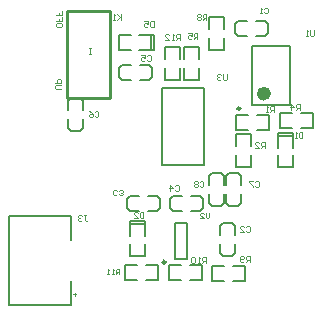
<source format=gbo>
G04*
G04 #@! TF.GenerationSoftware,Altium Limited,Altium Designer,18.1.9 (240)*
G04*
G04 Layer_Color=32896*
%FSLAX24Y24*%
%MOIN*%
G70*
G01*
G75*
%ADD10C,0.0080*%
%ADD11C,0.0050*%
%ADD12C,0.0060*%
%ADD13C,0.0098*%
%ADD14C,0.0100*%
%ADD15C,0.0039*%
%ADD54C,0.0236*%
%ADD55C,0.0060*%
%ADD56C,0.0079*%
D10*
X4870Y7280D02*
X6272D01*
X4870Y4720D02*
Y7280D01*
X6272Y4720D02*
Y7280D01*
X4870Y4720D02*
X6272D01*
D11*
X4550Y7650D02*
Y7950D01*
X4450Y8050D02*
X4550Y7950D01*
X4150Y8050D02*
X4450D01*
X4150Y7550D02*
X4450D01*
X4550Y7650D01*
X3450D02*
Y7950D01*
X3550Y8050D01*
X3850D01*
X3550Y7550D02*
X3850D01*
X3450Y7650D02*
X3550Y7550D01*
X7100Y4469D02*
X7400D01*
X7000Y4369D02*
X7100Y4469D01*
X7000Y4069D02*
Y4369D01*
X7500Y4069D02*
Y4369D01*
X7400Y4469D02*
X7500Y4369D01*
X7100Y3369D02*
X7400D01*
X7000Y3469D02*
X7100Y3369D01*
X7000Y3469D02*
Y3769D01*
X7500Y3469D02*
Y3769D01*
X7400Y3369D02*
X7500Y3469D01*
X8300Y9518D02*
X8400Y9418D01*
X8000Y9518D02*
X8300D01*
X8000Y9018D02*
X8300D01*
X8400Y9118D01*
Y9418D01*
X7300D02*
X7400Y9518D01*
X7700D01*
X7400Y9018D02*
X7700D01*
X7300Y9118D02*
X7400Y9018D01*
X7300Y9118D02*
Y9418D01*
X1750Y6850D02*
X1850Y6950D01*
X1750Y6550D02*
Y6850D01*
X2250Y6550D02*
Y6850D01*
X2150Y6950D02*
X2250Y6850D01*
X1850Y6950D02*
X2150D01*
X1750Y5950D02*
X1850Y5850D01*
X1750Y5950D02*
Y6250D01*
X2250Y5950D02*
Y6250D01*
X2150Y5850D02*
X2250Y5950D01*
X1850Y5850D02*
X2150D01*
X6800Y2700D02*
X6900Y2800D01*
X6800Y2400D02*
Y2700D01*
X7300Y2400D02*
Y2700D01*
X7200Y2800D02*
X7300Y2700D01*
X6900Y2800D02*
X7200D01*
X6800Y1800D02*
X6900Y1700D01*
X6800Y1800D02*
Y2100D01*
X7300Y1800D02*
Y2100D01*
X7200Y1700D02*
X7300Y1800D01*
X6900Y1700D02*
X7200D01*
X4700Y3700D02*
X4800Y3600D01*
X4400Y3700D02*
X4700D01*
X4400Y3200D02*
X4700D01*
X4800Y3300D01*
Y3600D01*
X3700D02*
X3800Y3700D01*
X4100D01*
X3800Y3200D02*
X4100D01*
X3700Y3300D02*
X3800Y3200D01*
X3700Y3300D02*
Y3600D01*
X6450Y4350D02*
X6550Y4450D01*
X6450Y4050D02*
Y4350D01*
X6950Y4050D02*
Y4350D01*
X6850Y4450D02*
X6950Y4350D01*
X6550Y4450D02*
X6850D01*
X6450Y3450D02*
X6550Y3350D01*
X6450Y3450D02*
Y3750D01*
X6950Y3450D02*
Y3750D01*
X6850Y3350D02*
X6950Y3450D01*
X6550Y3350D02*
X6850D01*
X6150Y3700D02*
X6250Y3600D01*
X5850Y3700D02*
X6150D01*
X5850Y3200D02*
X6150D01*
X6250Y3300D01*
Y3600D01*
X5150D02*
X5250Y3700D01*
X5550D01*
X5250Y3200D02*
X5550D01*
X5150Y3300D02*
X5250Y3200D01*
X5150Y3300D02*
Y3600D01*
D12*
X-246Y74D02*
X1821D01*
X-246Y3026D02*
X1821D01*
X5100Y900D02*
Y1400D01*
X6200Y900D02*
Y1400D01*
X5100D02*
X5500D01*
X5100Y900D02*
X5500D01*
X5800D02*
X6200D01*
X5800Y1400D02*
X6200D01*
X7350Y5750D02*
X7850D01*
X7350Y4650D02*
X7850D01*
Y5350D02*
Y5750D01*
X7350Y5350D02*
Y5750D01*
Y4650D02*
Y5050D01*
X7850Y4650D02*
Y5050D01*
X8750Y4650D02*
X9250D01*
X8750Y5300D02*
Y5800D01*
X9250Y4650D02*
Y5050D01*
X8750Y4650D02*
Y5050D01*
Y5700D02*
X9250D01*
Y5300D02*
Y5800D01*
X8750D02*
X9250D01*
X8450Y5900D02*
Y6400D01*
X7350Y5900D02*
Y6400D01*
X8050Y5900D02*
X8450D01*
X8050Y6400D02*
X8450D01*
X7350D02*
X7750D01*
X7350Y5900D02*
X7750D01*
X9900Y5975D02*
Y6475D01*
X8800Y5975D02*
Y6475D01*
X9500Y5975D02*
X9900D01*
X9500Y6475D02*
X9900D01*
X8800D02*
X9200D01*
X8800Y5975D02*
X9200D01*
X4600Y8550D02*
Y9050D01*
X4100Y8550D02*
X4600D01*
X4500D02*
Y9050D01*
X3450D02*
X3850D01*
X3450Y8550D02*
X3850D01*
X4100Y9050D02*
X4600D01*
X3450Y8550D02*
Y9050D01*
X4969Y8250D02*
Y8650D01*
X5469Y8250D02*
Y8650D01*
Y7550D02*
Y7950D01*
X4969Y7550D02*
Y7950D01*
Y8650D02*
X5469D01*
X4969Y7550D02*
X5469D01*
X7250Y1350D02*
X7650D01*
X7250Y850D02*
X7650D01*
X6550D02*
X6950D01*
X6550Y1350D02*
X6950D01*
X7650Y850D02*
Y1350D01*
X6550Y850D02*
Y1350D01*
X3650Y900D02*
X4050D01*
X3650Y1400D02*
X4050D01*
X4350D02*
X4750D01*
X4350Y900D02*
X4750D01*
X3650D02*
Y1400D01*
X4750Y900D02*
Y1400D01*
X3800Y2850D02*
X4300D01*
Y2350D02*
Y2850D01*
X3800Y2750D02*
X4300D01*
X3800Y1700D02*
Y2100D01*
X4300Y1700D02*
Y2100D01*
X3800Y2350D02*
Y2850D01*
Y1700D02*
X4300D01*
X6450Y9250D02*
Y9650D01*
X6950Y9250D02*
Y9650D01*
Y8550D02*
Y8950D01*
X6450Y8550D02*
Y8950D01*
Y9650D02*
X6950D01*
X6450Y8550D02*
X6950D01*
X5600Y8250D02*
Y8650D01*
X6100Y8250D02*
Y8650D01*
Y7550D02*
Y7950D01*
X5600Y7550D02*
Y7950D01*
Y8650D02*
X6100D01*
X5600Y7550D02*
X6100D01*
D13*
X4988Y1491D02*
G03*
X4988Y1491I-49J0D01*
G01*
X7476Y6615D02*
G03*
X7476Y6615I-49J0D01*
G01*
D14*
X1702Y6959D02*
X3119D01*
X1702D02*
Y9873D01*
X3119Y6959D02*
Y9873D01*
X1702D02*
X3119D01*
D15*
X4369Y8364D02*
X4402Y8397D01*
X4467D01*
X4500Y8364D01*
Y8233D01*
X4467Y8200D01*
X4402D01*
X4369Y8233D01*
X4172Y8397D02*
X4303D01*
Y8298D01*
X4238Y8331D01*
X4205D01*
X4172Y8298D01*
Y8233D01*
X4205Y8200D01*
X4270D01*
X4303Y8233D01*
X1953Y364D02*
Y469D01*
X2006Y416D02*
X1901D01*
X1544Y9420D02*
Y9354D01*
X1512Y9322D01*
X1380D01*
X1348Y9354D01*
Y9420D01*
X1380Y9453D01*
X1512D01*
X1544Y9420D01*
Y9650D02*
Y9518D01*
X1446D01*
Y9584D01*
Y9518D01*
X1348D01*
X1544Y9846D02*
Y9715D01*
X1446D01*
Y9781D01*
Y9715D01*
X1348D01*
X2489Y8613D02*
X2424D01*
X2457D01*
Y8416D01*
X2489D01*
X2424D01*
X1505Y7274D02*
X1341D01*
X1308Y7307D01*
Y7373D01*
X1341Y7406D01*
X1505D01*
X1308Y7471D02*
X1505D01*
Y7570D01*
X1472Y7602D01*
X1407D01*
X1374Y7570D01*
Y7471D01*
X7040Y7757D02*
Y7593D01*
X7007Y7560D01*
X6942D01*
X6909Y7593D01*
Y7757D01*
X6843Y7724D02*
X6810Y7757D01*
X6745D01*
X6712Y7724D01*
Y7691D01*
X6745Y7658D01*
X6778D01*
X6745D01*
X6712Y7626D01*
Y7593D01*
X6745Y7560D01*
X6810D01*
X6843Y7593D01*
X8259Y9944D02*
X8292Y9977D01*
X8357D01*
X8390Y9944D01*
Y9813D01*
X8357Y9780D01*
X8292D01*
X8259Y9813D01*
X8193Y9780D02*
X8128D01*
X8160D01*
Y9977D01*
X8193Y9944D01*
X7669Y2657D02*
X7702Y2690D01*
X7767D01*
X7800Y2657D01*
Y2526D01*
X7767Y2493D01*
X7702D01*
X7669Y2526D01*
X7472Y2493D02*
X7603D01*
X7472Y2624D01*
Y2657D01*
X7505Y2690D01*
X7570D01*
X7603Y2657D01*
X3381Y3745D02*
X3348Y3712D01*
X3283D01*
X3250Y3745D01*
Y3876D01*
X3283Y3909D01*
X3348D01*
X3381Y3876D01*
X3447Y3745D02*
X3480Y3712D01*
X3545D01*
X3578Y3745D01*
Y3777D01*
X3545Y3810D01*
X3512D01*
X3545D01*
X3578Y3843D01*
Y3876D01*
X3545Y3909D01*
X3480D01*
X3447Y3876D01*
X5313Y4014D02*
X5346Y4047D01*
X5412D01*
X5445Y4014D01*
Y3883D01*
X5412Y3850D01*
X5346D01*
X5313Y3883D01*
X5149Y3850D02*
Y4047D01*
X5248Y3948D01*
X5117D01*
X2619Y6498D02*
X2652Y6530D01*
X2717D01*
X2750Y6498D01*
Y6366D01*
X2717Y6334D01*
X2652D01*
X2619Y6366D01*
X2422Y6530D02*
X2488Y6498D01*
X2553Y6432D01*
Y6366D01*
X2520Y6334D01*
X2455D01*
X2422Y6366D01*
Y6399D01*
X2455Y6432D01*
X2553D01*
X7969Y4155D02*
X8002Y4188D01*
X8067D01*
X8100Y4155D01*
Y4024D01*
X8067Y3991D01*
X8002D01*
X7969Y4024D01*
X7903Y4188D02*
X7772D01*
Y4155D01*
X7903Y4024D01*
Y3991D01*
X6119Y4164D02*
X6152Y4197D01*
X6217D01*
X6250Y4164D01*
Y4033D01*
X6217Y4000D01*
X6152D01*
X6119Y4033D01*
X6053Y4164D02*
X6020Y4197D01*
X5955D01*
X5922Y4164D01*
Y4131D01*
X5955Y4098D01*
X5922Y4066D01*
Y4033D01*
X5955Y4000D01*
X6020D01*
X6053Y4033D01*
Y4066D01*
X6020Y4098D01*
X6053Y4131D01*
Y4164D01*
X6020Y4098D02*
X5955D01*
X9550Y5840D02*
Y5643D01*
X9452D01*
X9419Y5676D01*
Y5807D01*
X9452Y5840D01*
X9550D01*
X9353Y5643D02*
X9288D01*
X9320D01*
Y5840D01*
X9353Y5807D01*
X4250Y3147D02*
Y2950D01*
X4152D01*
X4119Y2983D01*
Y3114D01*
X4152Y3147D01*
X4250D01*
X3922Y2950D02*
X4053D01*
X3922Y3081D01*
Y3114D01*
X3955Y3147D01*
X4020D01*
X4053Y3114D01*
X4590Y9517D02*
Y9320D01*
X4492D01*
X4459Y9353D01*
Y9484D01*
X4492Y9517D01*
X4590D01*
X4262D02*
X4393D01*
Y9418D01*
X4328Y9451D01*
X4295D01*
X4262Y9418D01*
Y9353D01*
X4295Y9320D01*
X4360D01*
X4393Y9353D01*
X2269Y3059D02*
X2334D01*
X2302D01*
Y2895D01*
X2334Y2862D01*
X2367D01*
X2400Y2895D01*
X2203Y3026D02*
X2170Y3059D01*
X2105D01*
X2072Y3026D01*
Y2994D01*
X2105Y2961D01*
X2138D01*
X2105D01*
X2072Y2928D01*
Y2895D01*
X2105Y2862D01*
X2170D01*
X2203Y2895D01*
X3500Y9747D02*
Y9550D01*
Y9616D01*
X3369Y9747D01*
X3467Y9648D01*
X3369Y9550D01*
X3303D02*
X3238D01*
X3270D01*
Y9747D01*
X3303Y9714D01*
X8600Y6500D02*
Y6697D01*
X8502D01*
X8469Y6664D01*
Y6598D01*
X8502Y6566D01*
X8600D01*
X8534D02*
X8469Y6500D01*
X8403D02*
X8338D01*
X8370D01*
Y6697D01*
X8403Y6664D01*
X8300Y5300D02*
Y5497D01*
X8202D01*
X8169Y5464D01*
Y5398D01*
X8202Y5366D01*
X8300D01*
X8234D02*
X8169Y5300D01*
X7972D02*
X8103D01*
X7972Y5431D01*
Y5464D01*
X8005Y5497D01*
X8070D01*
X8103Y5464D01*
X9452Y6550D02*
Y6747D01*
X9353D01*
X9320Y6714D01*
Y6648D01*
X9353Y6616D01*
X9452D01*
X9386D02*
X9320Y6550D01*
X9156D02*
Y6747D01*
X9255Y6648D01*
X9124D01*
X6050Y8923D02*
Y9120D01*
X5952D01*
X5919Y9087D01*
Y9021D01*
X5952Y8988D01*
X6050D01*
X5984D02*
X5919Y8923D01*
X5722Y9120D02*
X5853D01*
Y9021D01*
X5788Y9054D01*
X5755D01*
X5722Y9021D01*
Y8956D01*
X5755Y8923D01*
X5820D01*
X5853Y8956D01*
X6350Y9550D02*
Y9747D01*
X6252D01*
X6219Y9714D01*
Y9648D01*
X6252Y9616D01*
X6350D01*
X6284D02*
X6219Y9550D01*
X6153Y9714D02*
X6120Y9747D01*
X6055D01*
X6022Y9714D01*
Y9681D01*
X6055Y9648D01*
X6022Y9616D01*
Y9583D01*
X6055Y9550D01*
X6120D01*
X6153Y9583D01*
Y9616D01*
X6120Y9648D01*
X6153Y9681D01*
Y9714D01*
X6120Y9648D02*
X6055D01*
X7800Y1500D02*
Y1697D01*
X7702D01*
X7669Y1664D01*
Y1598D01*
X7702Y1566D01*
X7800D01*
X7734D02*
X7669Y1500D01*
X7603Y1533D02*
X7570Y1500D01*
X7505D01*
X7472Y1533D01*
Y1664D01*
X7505Y1697D01*
X7570D01*
X7603Y1664D01*
Y1631D01*
X7570Y1598D01*
X7472D01*
X6339Y1456D02*
Y1653D01*
X6241D01*
X6208Y1620D01*
Y1554D01*
X6241Y1521D01*
X6339D01*
X6274D02*
X6208Y1456D01*
X6143D02*
X6077D01*
X6110D01*
Y1653D01*
X6143Y1620D01*
X5979D02*
X5946Y1653D01*
X5880D01*
X5847Y1620D01*
Y1489D01*
X5880Y1456D01*
X5946D01*
X5979Y1489D01*
Y1620D01*
X3450Y1080D02*
Y1277D01*
X3352D01*
X3319Y1244D01*
Y1178D01*
X3352Y1145D01*
X3450D01*
X3384D02*
X3319Y1080D01*
X3253D02*
X3188D01*
X3220D01*
Y1277D01*
X3253Y1244D01*
X3089Y1080D02*
X3024D01*
X3056D01*
Y1277D01*
X3089Y1244D01*
X5455Y8911D02*
Y9108D01*
X5357D01*
X5324Y9075D01*
Y9010D01*
X5357Y8977D01*
X5455D01*
X5390D02*
X5324Y8911D01*
X5258D02*
X5193D01*
X5226D01*
Y9108D01*
X5258Y9075D01*
X4963Y8911D02*
X5095D01*
X4963Y9042D01*
Y9075D01*
X4996Y9108D01*
X5062D01*
X5095Y9075D01*
X9930Y9227D02*
Y9063D01*
X9897Y9030D01*
X9832D01*
X9799Y9063D01*
Y9227D01*
X9733Y9030D02*
X9668D01*
X9700D01*
Y9227D01*
X9733Y9194D01*
X6450Y3144D02*
Y2980D01*
X6417Y2947D01*
X6352D01*
X6319Y2980D01*
Y3144D01*
X6122Y2947D02*
X6253D01*
X6122Y3078D01*
Y3111D01*
X6155Y3144D01*
X6220D01*
X6253Y3111D01*
D54*
X8382Y7109D02*
G03*
X8382Y7109I-118J0D01*
G01*
D55*
X-246Y74D02*
Y3026D01*
X1821Y74D02*
Y864D01*
Y2227D02*
Y3026D01*
D56*
X5697Y1590D02*
Y2810D01*
X5303Y1590D02*
Y2810D01*
X5697D01*
X5303Y1590D02*
X5697D01*
X7870Y6716D02*
Y8684D01*
X9130Y6716D02*
Y8684D01*
X7870Y6716D02*
X9130D01*
X7870Y8684D02*
X9130D01*
M02*

</source>
